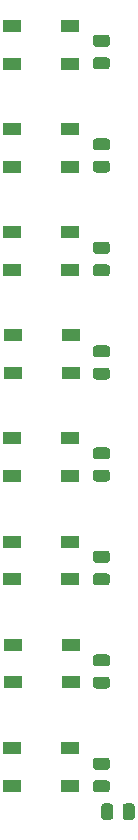
<source format=gbr>
%TF.GenerationSoftware,KiCad,Pcbnew,5.1.9-73d0e3b20d~88~ubuntu20.04.1*%
%TF.CreationDate,2021-02-21T13:43:44-08:00*%
%TF.ProjectId,KB_Lightbar_1,4b425f4c-6967-4687-9462-61725f312e6b,rev?*%
%TF.SameCoordinates,Original*%
%TF.FileFunction,Paste,Top*%
%TF.FilePolarity,Positive*%
%FSLAX46Y46*%
G04 Gerber Fmt 4.6, Leading zero omitted, Abs format (unit mm)*
G04 Created by KiCad (PCBNEW 5.1.9-73d0e3b20d~88~ubuntu20.04.1) date 2021-02-21 13:43:44*
%MOMM*%
%LPD*%
G01*
G04 APERTURE LIST*
%ADD10R,1.500000X1.000000*%
G04 APERTURE END LIST*
%TO.C,C19*%
G36*
G01*
X27719000Y279133000D02*
X28669000Y279133000D01*
G75*
G02*
X28919000Y278883000I0J-250000D01*
G01*
X28919000Y278383000D01*
G75*
G02*
X28669000Y278133000I-250000J0D01*
G01*
X27719000Y278133000D01*
G75*
G02*
X27469000Y278383000I0J250000D01*
G01*
X27469000Y278883000D01*
G75*
G02*
X27719000Y279133000I250000J0D01*
G01*
G37*
G36*
G01*
X27719000Y277233000D02*
X28669000Y277233000D01*
G75*
G02*
X28919000Y276983000I0J-250000D01*
G01*
X28919000Y276483000D01*
G75*
G02*
X28669000Y276233000I-250000J0D01*
G01*
X27719000Y276233000D01*
G75*
G02*
X27469000Y276483000I0J250000D01*
G01*
X27469000Y276983000D01*
G75*
G02*
X27719000Y277233000I250000J0D01*
G01*
G37*
%TD*%
%TO.C,C18*%
G36*
G01*
X27719000Y270370000D02*
X28669000Y270370000D01*
G75*
G02*
X28919000Y270120000I0J-250000D01*
G01*
X28919000Y269620000D01*
G75*
G02*
X28669000Y269370000I-250000J0D01*
G01*
X27719000Y269370000D01*
G75*
G02*
X27469000Y269620000I0J250000D01*
G01*
X27469000Y270120000D01*
G75*
G02*
X27719000Y270370000I250000J0D01*
G01*
G37*
G36*
G01*
X27719000Y268470000D02*
X28669000Y268470000D01*
G75*
G02*
X28919000Y268220000I0J-250000D01*
G01*
X28919000Y267720000D01*
G75*
G02*
X28669000Y267470000I-250000J0D01*
G01*
X27719000Y267470000D01*
G75*
G02*
X27469000Y267720000I0J250000D01*
G01*
X27469000Y268220000D01*
G75*
G02*
X27719000Y268470000I250000J0D01*
G01*
G37*
%TD*%
%TO.C,C17*%
G36*
G01*
X27719000Y261607000D02*
X28669000Y261607000D01*
G75*
G02*
X28919000Y261357000I0J-250000D01*
G01*
X28919000Y260857000D01*
G75*
G02*
X28669000Y260607000I-250000J0D01*
G01*
X27719000Y260607000D01*
G75*
G02*
X27469000Y260857000I0J250000D01*
G01*
X27469000Y261357000D01*
G75*
G02*
X27719000Y261607000I250000J0D01*
G01*
G37*
G36*
G01*
X27719000Y259707000D02*
X28669000Y259707000D01*
G75*
G02*
X28919000Y259457000I0J-250000D01*
G01*
X28919000Y258957000D01*
G75*
G02*
X28669000Y258707000I-250000J0D01*
G01*
X27719000Y258707000D01*
G75*
G02*
X27469000Y258957000I0J250000D01*
G01*
X27469000Y259457000D01*
G75*
G02*
X27719000Y259707000I250000J0D01*
G01*
G37*
%TD*%
%TO.C,C16*%
G36*
G01*
X27719000Y252844000D02*
X28669000Y252844000D01*
G75*
G02*
X28919000Y252594000I0J-250000D01*
G01*
X28919000Y252094000D01*
G75*
G02*
X28669000Y251844000I-250000J0D01*
G01*
X27719000Y251844000D01*
G75*
G02*
X27469000Y252094000I0J250000D01*
G01*
X27469000Y252594000D01*
G75*
G02*
X27719000Y252844000I250000J0D01*
G01*
G37*
G36*
G01*
X27719000Y250944000D02*
X28669000Y250944000D01*
G75*
G02*
X28919000Y250694000I0J-250000D01*
G01*
X28919000Y250194000D01*
G75*
G02*
X28669000Y249944000I-250000J0D01*
G01*
X27719000Y249944000D01*
G75*
G02*
X27469000Y250194000I0J250000D01*
G01*
X27469000Y250694000D01*
G75*
G02*
X27719000Y250944000I250000J0D01*
G01*
G37*
%TD*%
%TO.C,C15*%
G36*
G01*
X27719000Y244208000D02*
X28669000Y244208000D01*
G75*
G02*
X28919000Y243958000I0J-250000D01*
G01*
X28919000Y243458000D01*
G75*
G02*
X28669000Y243208000I-250000J0D01*
G01*
X27719000Y243208000D01*
G75*
G02*
X27469000Y243458000I0J250000D01*
G01*
X27469000Y243958000D01*
G75*
G02*
X27719000Y244208000I250000J0D01*
G01*
G37*
G36*
G01*
X27719000Y242308000D02*
X28669000Y242308000D01*
G75*
G02*
X28919000Y242058000I0J-250000D01*
G01*
X28919000Y241558000D01*
G75*
G02*
X28669000Y241308000I-250000J0D01*
G01*
X27719000Y241308000D01*
G75*
G02*
X27469000Y241558000I0J250000D01*
G01*
X27469000Y242058000D01*
G75*
G02*
X27719000Y242308000I250000J0D01*
G01*
G37*
%TD*%
%TO.C,C14*%
G36*
G01*
X27719000Y235445000D02*
X28669000Y235445000D01*
G75*
G02*
X28919000Y235195000I0J-250000D01*
G01*
X28919000Y234695000D01*
G75*
G02*
X28669000Y234445000I-250000J0D01*
G01*
X27719000Y234445000D01*
G75*
G02*
X27469000Y234695000I0J250000D01*
G01*
X27469000Y235195000D01*
G75*
G02*
X27719000Y235445000I250000J0D01*
G01*
G37*
G36*
G01*
X27719000Y233545000D02*
X28669000Y233545000D01*
G75*
G02*
X28919000Y233295000I0J-250000D01*
G01*
X28919000Y232795000D01*
G75*
G02*
X28669000Y232545000I-250000J0D01*
G01*
X27719000Y232545000D01*
G75*
G02*
X27469000Y232795000I0J250000D01*
G01*
X27469000Y233295000D01*
G75*
G02*
X27719000Y233545000I250000J0D01*
G01*
G37*
%TD*%
%TO.C,C13*%
G36*
G01*
X27719000Y226682000D02*
X28669000Y226682000D01*
G75*
G02*
X28919000Y226432000I0J-250000D01*
G01*
X28919000Y225932000D01*
G75*
G02*
X28669000Y225682000I-250000J0D01*
G01*
X27719000Y225682000D01*
G75*
G02*
X27469000Y225932000I0J250000D01*
G01*
X27469000Y226432000D01*
G75*
G02*
X27719000Y226682000I250000J0D01*
G01*
G37*
G36*
G01*
X27719000Y224782000D02*
X28669000Y224782000D01*
G75*
G02*
X28919000Y224532000I0J-250000D01*
G01*
X28919000Y224032000D01*
G75*
G02*
X28669000Y223782000I-250000J0D01*
G01*
X27719000Y223782000D01*
G75*
G02*
X27469000Y224032000I0J250000D01*
G01*
X27469000Y224532000D01*
G75*
G02*
X27719000Y224782000I250000J0D01*
G01*
G37*
%TD*%
%TO.C,C12*%
G36*
G01*
X27719000Y217919000D02*
X28669000Y217919000D01*
G75*
G02*
X28919000Y217669000I0J-250000D01*
G01*
X28919000Y217169000D01*
G75*
G02*
X28669000Y216919000I-250000J0D01*
G01*
X27719000Y216919000D01*
G75*
G02*
X27469000Y217169000I0J250000D01*
G01*
X27469000Y217669000D01*
G75*
G02*
X27719000Y217919000I250000J0D01*
G01*
G37*
G36*
G01*
X27719000Y216019000D02*
X28669000Y216019000D01*
G75*
G02*
X28919000Y215769000I0J-250000D01*
G01*
X28919000Y215269000D01*
G75*
G02*
X28669000Y215019000I-250000J0D01*
G01*
X27719000Y215019000D01*
G75*
G02*
X27469000Y215269000I0J250000D01*
G01*
X27469000Y215769000D01*
G75*
G02*
X27719000Y216019000I250000J0D01*
G01*
G37*
%TD*%
%TO.C,R8*%
G36*
G01*
X31016000Y213810002D02*
X31016000Y212909998D01*
G75*
G02*
X30766002Y212660000I-249998J0D01*
G01*
X30240998Y212660000D01*
G75*
G02*
X29991000Y212909998I0J249998D01*
G01*
X29991000Y213810002D01*
G75*
G02*
X30240998Y214060000I249998J0D01*
G01*
X30766002Y214060000D01*
G75*
G02*
X31016000Y213810002I0J-249998D01*
G01*
G37*
G36*
G01*
X29191000Y213810002D02*
X29191000Y212909998D01*
G75*
G02*
X28941002Y212660000I-249998J0D01*
G01*
X28415998Y212660000D01*
G75*
G02*
X28166000Y212909998I0J249998D01*
G01*
X28166000Y213810002D01*
G75*
G02*
X28415998Y214060000I249998J0D01*
G01*
X28941002Y214060000D01*
G75*
G02*
X29191000Y213810002I0J-249998D01*
G01*
G37*
%TD*%
D10*
%TO.C,RGB7*%
X20632249Y271157501D03*
X20632249Y267957501D03*
X25532249Y271157501D03*
X25532249Y267957501D03*
%TD*%
%TO.C,RGB6*%
X20632250Y262426249D03*
X20632250Y259226249D03*
X25532250Y262426249D03*
X25532250Y259226249D03*
%TD*%
%TO.C,RGB5*%
X20701000Y253682500D03*
X20701000Y250482500D03*
X25601000Y253682500D03*
X25601000Y250482500D03*
%TD*%
%TO.C,RGB4*%
X20632250Y244963750D03*
X20632250Y241763750D03*
X25532250Y244963750D03*
X25532250Y241763750D03*
%TD*%
%TO.C,RGB3*%
X20632250Y236232500D03*
X20632250Y233032500D03*
X25532250Y236232500D03*
X25532250Y233032500D03*
%TD*%
%TO.C,RGB2*%
X20701000Y227501251D03*
X20701000Y224301251D03*
X25601000Y227501251D03*
X25601000Y224301251D03*
%TD*%
%TO.C,RGB8*%
X20632249Y279888750D03*
X20632249Y276688750D03*
X25532249Y279888750D03*
X25532249Y276688750D03*
%TD*%
%TO.C,RGB1*%
X20632250Y218770000D03*
X20632250Y215570000D03*
X25532250Y218770000D03*
X25532250Y215570000D03*
%TD*%
M02*

</source>
